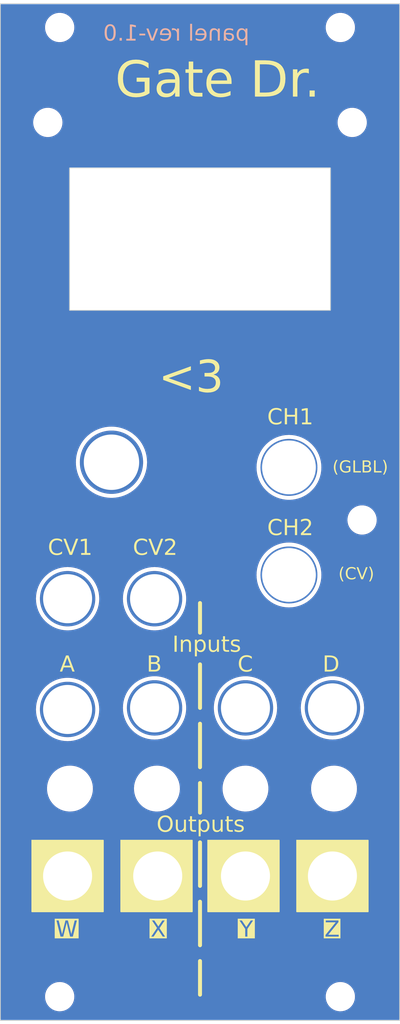
<source format=kicad_pcb>
(kicad_pcb (version 20221018) (generator pcbnew)
  (layers (0 "F.Cu" signal) (31 "B.Cu" signal) (34 "B.Paste" user) (35 "F.Paste" user) (36 "B.SilkS" user "B.Silkscreen") (37 "F.SilkS" user "F.Silkscreen") (38 "B.Mask" user) (39 "F.Mask" user) (44 "Edge.Cuts" user))
  (net 0 "")
  (footprint "GateDrFootprintLibrary:WP483GDT_mounting" (layer "F.Cu") (at 69.8 149.2)
    (fp_text reference "REF**" hide)
    (fp_text value "WP483GDT_mounting" hide)
    (pad "" np_thru_hole circle (at 0 0) (size 1.524 1.524) (drill 5.3) (layers "F&B.Cu" "*.Mask"))
  )
  (footprint "MountingHole:MountingHole_3.2mm_M3" (layer "F.Cu") (at 57.5 53)
    (fp_text reference "REF**" hide)
    (fp_text value "MountingHole_3.2mm_M3" hide)
    (pad "" np_thru_hole circle (at 0 0) (size 3.2 3.2) (drill 3.2) (layers "F&B.Cu" "*.Mask"))
  )
  (footprint "GateDrFootprintLibrary:WP483GDT_mounting" (layer "F.Cu") (at 92.2 149.2)
    (fp_text reference "REF**" hide)
    (fp_text value "WP483GDT_mounting" hide)
    (pad "" np_thru_hole circle (at 0 0) (size 1.524 1.524) (drill 5.3) (layers "F&B.Cu" "*.Mask"))
  )
  (footprint "GateDrFootprintLibrary:WQP518MA_mounting" (layer "F.Cu") (at 64.05 107.95)
    (fp_text reference "REF**" hide)
    (fp_text value "WQP518MA_mounting" hide)
    (pad "1" thru_hole circle (at 0 0) (size 8 8) (drill 7) (layers "*.Cu" "*.Mask"))
  )
  (footprint "MountingHole:MountingHole_3.2mm_M3" (layer "F.Cu") (at 93 53)
    (fp_text reference "REF**" hide)
    (fp_text value "MountingHole_3.2mm_M3" hide)
    (pad "" np_thru_hole circle (at 0 0) (size 3.2 3.2) (drill 3.2) (layers "*.Cu" "*.Mask"))
  )
  (footprint "GateDrFootprintLibrary:WP483GDT_mounting" (layer "F.Cu") (at 58.8 149.2)
    (fp_text reference "REF**" hide)
    (fp_text value "WP483GDT_mounting" hide)
    (pad "" np_thru_hole circle (at 0 0) (size 1.524 1.524) (drill 5.3) (layers "F&B.Cu" "*.Mask"))
  )
  (footprint "GateDrFootprintLibrary:WQP518MA_mounting" (layer "F.Cu") (at 58.5 139.2)
    (fp_text reference "REF**" hide)
    (fp_text value "WQP518MA_mounting" hide)
    (pad "1" thru_hole circle (at 0 0) (size 7 7) (drill 6.2) (layers "*.Cu" "*.Mask"))
  )
  (footprint "GateDrFootprintLibrary:WQP518MA_mounting" (layer "F.Cu") (at 92 139)
    (fp_text reference "REF**" hide)
    (fp_text value "WQP518MA_mounting" hide)
    (pad "1" thru_hole circle (at 0 0) (size 7 7) (drill 6.2) (layers "*.Cu" "*.Mask"))
  )
  (footprint "MountingHole:MountingHole_3.2mm_M3" (layer "F.Cu") (at 94.5 65)
    (fp_text reference "REF**" hide)
    (fp_text value "MountingHole_3.2mm_M3" hide)
    (pad "" np_thru_hole circle (at 0 0) (size 3.2 3.2) (drill 3.2) (layers "F&B.Cu" "*.Mask"))
  )
  (footprint "GateDrFootprintLibrary:6.8mm_mounting" (layer "F.Cu") (at 86.5 122.2)
    (fp_text reference "REF**" hide)
    (fp_text value "6.8mm_mounting" hide)
    (pad "1" thru_hole circle (at 0 0) (size 7.2 7.2) (drill 6.8) (layers "*.Cu" "*.Mask"))
  )
  (footprint "GateDrFootprintLibrary:WQP518MA_mounting" (layer "F.Cu") (at 81 139)
    (fp_text reference "REF**" hide)
    (fp_text value "WQP518MA_mounting" hide)
    (pad "1" thru_hole circle (at 0 0) (size 7 7) (drill 6.2) (layers "*.Cu" "*.Mask"))
  )
  (footprint "MountingHole:MountingHole_3.2mm_M3" (layer "F.Cu") (at 56 65)
    (fp_text reference "REF**" hide)
    (fp_text value "MountingHole_3.2mm_M3" hide)
    (pad "" np_thru_hole circle (at 0 0) (size 3.2 3.2) (drill 3.2) (layers "*.Cu" "*.Mask"))
  )
  (footprint "GateDrFootprintLibrary:WQP518MA_mounting" (layer "F.Cu") (at 58.5 160.25)
    (fp_text reference "REF**" hide)
    (fp_text value "WQP518MA_mounting" hide)
    (pad "1" thru_hole circle (at 0 0) (size 7 7) (drill 6.2) (layers "*.Cu" "*.Mask"))
  )
  (footprint "GateDrFootprintLibrary:WQP518MA_mounting" (layer "F.Cu") (at 58.5 125.2)
    (fp_text reference "REF**" hide)
    (fp_text value "WQP518MA_mounting" hide)
    (pad "1" thru_hole circle (at 0 0) (size 7 7) (drill 6.2) (layers "*.Cu" "*.Mask"))
  )
  (footprint "GateDrFootprintLibrary:6.8mm_mounting" (layer "F.Cu") (at 86.5 108.6)
    (fp_text reference "REF**" hide)
    (fp_text value "6.8mm_mounting" hide)
    (pad "1" thru_hole circle (at 0 0) (size 7.2 7.2) (drill 6.8) (layers "*.Cu" "*.Mask"))
  )
  (footprint "GateDrFootprintLibrary:WQP518MA_mounting" (layer "F.Cu") (at 69.9 160.25)
    (fp_text reference "REF**" hide)
    (fp_text value "WQP518MA_mounting" hide)
    (pad "1" thru_hole circle (at 0 0) (size 7 7) (drill 6.2) (layers "*.Cu" "*.Mask"))
  )
  (footprint "MountingHole:MountingHole_3.2mm_M3" (layer "F.Cu") (at 95.75 115.25)
    (fp_text reference "REF**" hide)
    (fp_text value "MountingHole_3.2mm_M3" hide)
    (pad "" np_thru_hole circle (at 0 0) (size 3.2 3.2) (drill 3.2) (layers "F&B.Cu" "*.Mask"))
  )
  (footprint "GateDrFootprintLibrary:WQP518MA_mounting" (layer "F.Cu") (at 92 160.25)
    (fp_text reference "REF**" hide)
    (fp_text value "WQP518MA_mounting" hide)
    (pad "1" thru_hole circle (at 0 0) (size 7 7) (drill 6.2) (layers "*.Cu" "*.Mask"))
  )
  (footprint "GateDrFootprintLibrary:WQP518MA_mounting" (layer "F.Cu") (at 69.5 125.2)
    (fp_text reference "REF**" hide)
    (fp_text value "WQP518MA_mounting" hide)
    (pad "1" thru_hole circle (at 0 0) (size 7 7) (drill 6.2) (layers "*.Cu" "*.Mask"))
  )
  (footprint "GateDrFootprintLibrary:WP483GDT_mounting" (layer "F.Cu") (at 81 149.2)
    (fp_text reference "REF**" hide)
    (fp_text value "WP483GDT_mounting" hide)
    (pad "" np_thru_hole circle (at 0 0) (size 1.524 1.524) (drill 5.3) (layers "F&B.Cu" "*.Mask"))
  )
  (footprint "GateDrFootprintLibrary:WQP518MA_mounting" (layer "F.Cu") (at 69.5 139)
    (fp_text reference "REF**" hide)
    (fp_text value "WQP518MA_mounting" hide)
    (pad "1" thru_hole circle (at 0 0) (size 7 7) (drill 6.2) (layers "*.Cu" "*.Mask"))
  )
  (footprint "MountingHole:MountingHole_3.2mm_M3" (layer "F.Cu") (at 57.5 175.5)
    (fp_text reference "REF**" hide)
    (fp_text value "MountingHole_3.2mm_M3" hide)
    (pad "" np_thru_hole circle (at 0 0) (size 3.2 3.2) (drill 3.2) (layers "F&B.Cu" "*.Mask"))
  )
  (footprint "GateDrFootprintLibrary:WQP518MA_mounting" (layer "F.Cu") (at 81 160.25)
    (fp_text reference "REF**" hide)
    (fp_text value "WQP518MA_mounting" hide)
    (pad "1" thru_hole circle (at 0 0) (size 7 7) (drill 6.2) (layers "*.Cu" "*.Mask"))
  )
  (footprint "MountingHole:MountingHole_3.2mm_M3" (layer "F.Cu") (at 93 175.5)
    (fp_text reference "REF**" hide)
    (fp_text value "MountingHole_3.2mm_M3" hide)
    (pad "" np_thru_hole circle (at 0 0) (size 3.2 3.2) (drill 3.2) (layers "*.Cu" "*.Mask"))
  )
  (gr_line (start 75.25 133.5) (end 75.25 152.25) (stroke (width 0.5) (type dash)) (layer "F.SilkS"))
  (gr_line (start 75.25 156) (end 75.25 175.25) (stroke (width 0.5) (type dash)) (layer "F.SilkS"))
  (gr_rect (start 54 155.75) (end 63 164.75) (stroke (width 0.15)) (fill solid) (layer "F.SilkS"))
  (gr_rect (start 65.25 155.75) (end 74.25 164.75) (stroke (width 0.15)) (fill solid) (layer "F.SilkS"))
  (gr_rect (start 76.25 155.75) (end 85.25 164.75) (stroke (width 0.15)) (fill solid) (layer "F.SilkS"))
  (gr_rect (start 87.5 155.75) (end 96.5 164.75) (stroke (width 0.15)) (fill solid) (layer "F.SilkS"))
  (gr_line (start 75.25 125.75) (end 75.25 129.5) (stroke (width 0.5) (type dash)) (layer "F.SilkS"))
  (gr_rect (start 50 50) (end 100.5 178.5) (stroke (width 0.1)) (fill none) (layer "Edge.Cuts"))
  (gr_rect (start 58.75 70.75) (end 91.75 88.75) (stroke (width 0.1)) (fill none) (layer "Edge.Cuts"))
  (gr_text "panel rev-1.0" (at 81.5 55) (layer "B.SilkS") (effects (font (size 2 2)) (justify left bottom mirror)))
  (gr_text "Y" (at 80.25 168.25) (layer "F.SilkS" knockout) (effects (font (size 2 2)) (justify left bottom)))
  (gr_text "W" (at 57 168.25) (layer "F.SilkS" knockout) (effects (font (size 2 2)) (justify left bottom)))
  (gr_text "CV1" (at 56 120) (layer "F.SilkS") (effects (font (size 2 2)) (justify left bottom)))
  (gr_text "Gate Dr." (at 64.5 62.5) (layer "F.SilkS") (effects (font (size 4.5 4.5)) (justify left bottom)))
  (gr_text "D" (at 90.75 134.75) (layer "F.SilkS") (effects (font (size 2 2)) (justify left bottom)))
  (gr_text "(CV)" (at 92.75 123) (layer "F.SilkS") (effects (font (size 1.5 1.5)) (justify left bottom)))
  (gr_text "Inputs" (at 71.75 132.25) (layer "F.SilkS") (effects (font (size 2 2)) (justify left bottom)))
  (gr_text "CV2" (at 66.75 120) (layer "F.SilkS") (effects (font (size 2 2)) (justify left bottom)))
  (gr_text "A" (at 57.5 134.75) (layer "F.SilkS") (effects (font (size 2 2)) (justify left bottom)))
  (gr_text "<3" (at 70 99.75) (layer "F.SilkS") (effects (font (size 4 4) (thickness 0.5)) (justify left bottom)))
  (gr_text "X" (at 69 168.25) (layer "F.SilkS" knockout) (effects (font (size 2 2)) (justify left bottom)))
  (gr_text "(GLBL)" (at 92 109.5) (layer "F.SilkS") (effects (font (size 1.5 1.5)) (justify left bottom)))
  (gr_text "CH1" (at 83.75 103.5) (layer "F.SilkS") (effects (font (size 2 2)) (justify left bottom)))
  (gr_text "CH2" (at 83.75 117.5) (layer "F.SilkS") (effects (font (size 2 2)) (justify left bottom)))
  (gr_text "Outputs" (at 69.75 155) (layer "F.SilkS") (effects (font (size 2 2)) (justify left bottom)))
  (gr_text "Z" (at 91 168.25) (layer "F.SilkS" knockout) (effects (font (size 2 2)) (justify left bottom)))
  (gr_text "B" (at 68.5 134.75) (layer "F.SilkS") (effects (font (size 2 2)) (justify left bottom)))
  (gr_text "C" (at 80 134.75) (layer "F.SilkS") (effects (font (size 2 2)) (justify left bottom)))
  (zone (net 0) (net_name "") (layer "F.Cu") (connect_pads (clearance 0.5)) (min_thickness 0.25) (fill yes (thermal_gap 0.5) (thermal_bridge_width 0.5) (island_removal_mode 1) (island_area_min 10))
    (polygon (pts (xy 50 178.5) (xy 100.5 178.5) (xy 100.5 50) (xy 50 50)))
  )
  (zone (net 0) (net_name "") (layer "B.Cu") (priority 1) (connect_pads (clearance 0.5)) (min_thickness 0.25) (fill yes (thermal_gap 0.5) (thermal_bridge_width 0.5) (island_removal_mode 1) (island_area_min 10))
    (polygon (pts (xy 50 178.5) (xy 100.5 178.5) (xy 100.5 50) (xy 50 50)))
  )
)
</source>
